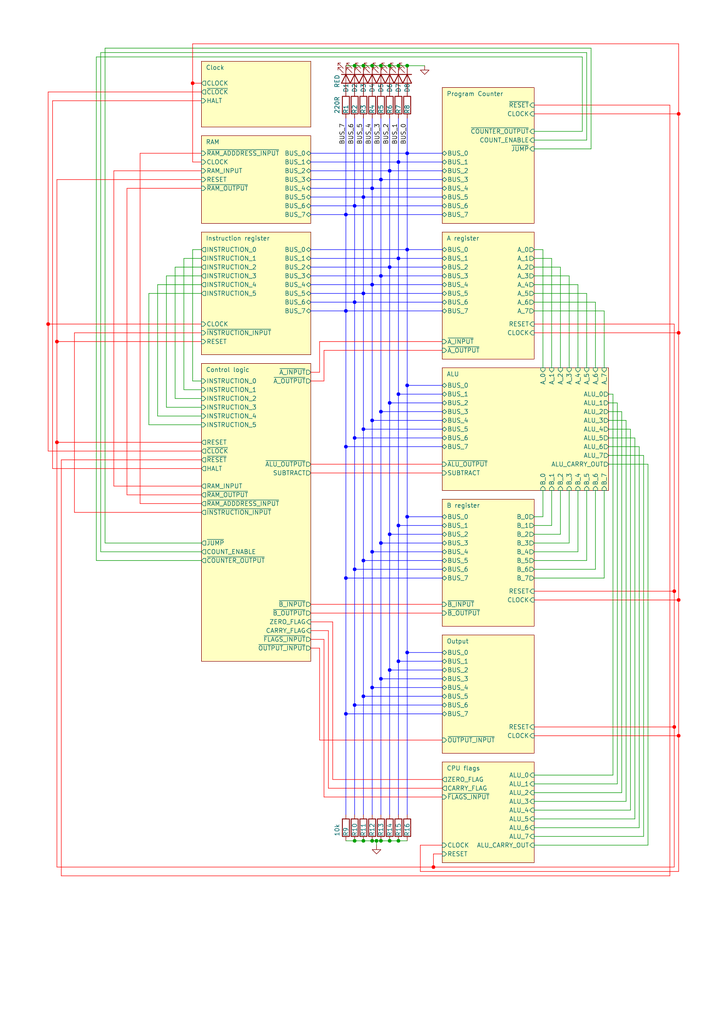
<source format=kicad_sch>
(kicad_sch (version 20230121) (generator eeschema)
  (paper "A4" portrait)
  (title_block (title "8-bit CPU") (date "2023-11-28") (rev "1.0") (company "TBR Designs"))
  (lib_symbols
    (symbol "Device:LED" (pin_numbers hide) (pin_names (offset 1.016) hide)
      (property "Reference" "D" (at 0 2.54 0))
      (property "Value" "LED" (at 0 -2.54 0))
      (symbol "LED_0_1"
        (polyline (pts (xy -1.27 -1.27) (xy -1.27 1.27)) (stroke (width 0.254)))
        (polyline (pts (xy -1.27 0) (xy 1.27 0)))
        (polyline (pts (xy 1.27 -1.27) (xy 1.27 1.27) (xy -1.27 0) (xy 1.27 -1.27)) (stroke (width 0.254)))
        (polyline (pts (xy -3.048 -0.762) (xy -4.572 -2.286) (xy -3.81 -2.286) (xy -4.572 -2.286) (xy -4.572 -1.524)))
        (polyline (pts (xy -1.778 -0.762) (xy -3.302 -2.286) (xy -2.54 -2.286) (xy -3.302 -2.286) (xy -3.302 -1.524)))
      )
      (symbol "LED_1_1"
        (pin passive line (at -3.81 0 0) (length 2.54) (name "K") (number "1"))
        (pin passive line (at 3.81 0 180) (length 2.54) (name "A") (number "2"))
      )
    )
    (symbol "Device:R" (pin_numbers hide) (pin_names (offset 0))
      (property "Reference" "R" (at 2.032 0 90))
      (property "Value" "R" (at 0 0 90))
      (symbol "R_0_1"
        (rectangle (start -1.016 -2.54) (end 1.016 2.54) (stroke (width 0.254)))
      )
      (symbol "R_1_1"
        (pin passive line (at 0 3.81 270) (length 1.27) (name "~") (number "1"))
        (pin passive line (at 0 -3.81 90) (length 1.27) (name "~") (number "2"))
      )
    )
    (symbol "power:GND" (power) (pin_names (offset 0))
      (property "Value" "GND" (at 0 -3.81 0))
      (symbol "GND_0_1"
        (polyline (pts (xy 0 0) (xy 0 -1.27) (xy 1.27 -1.27) (xy 0 -2.54) (xy -1.27 -1.27) (xy 0 -1.27)))
      )
      (symbol "GND_1_1"
        (pin power_in line (at 0 0 270) (length 0) hide (name "GND") (number "1"))
      )
    )
  )
  (junction (at 105.41 243.84))
  (junction (at 115.57 191.77) (color 0 0 255 1))
  (junction (at 125.73 251.46) (color 255 0 0 1))
  (junction (at 110.49 119.38) (color 0 0 255 1))
  (junction (at 102.87 59.69) (color 0 0 255 1))
  (junction (at 118.11 189.23) (color 0 0 255 1))
  (junction (at 55.88 24.13) (color 255 0 0 1))
  (junction (at 105.41 85.09) (color 0 0 255 1))
  (junction (at 102.87 204.47) (color 0 0 255 1))
  (junction (at 105.41 19.05))
  (junction (at 107.95 121.92) (color 0 0 255 1))
  (junction (at 102.87 165.1) (color 0 0 255 1))
  (junction (at 118.11 19.05))
  (junction (at 107.95 19.05))
  (junction (at 115.57 19.05))
  (junction (at 110.49 157.48) (color 0 0 255 1))
  (junction (at 113.03 19.05))
  (junction (at 110.49 243.84))
  (junction (at 195.58 171.45) (color 255 0 0 1))
  (junction (at 196.85 173.99) (color 255 0 0 1))
  (junction (at 110.49 52.07) (color 0 0 255 1))
  (junction (at 115.57 114.3) (color 0 0 255 1))
  (junction (at 196.85 96.52) (color 255 0 0 1))
  (junction (at 195.58 210.82) (color 255 0 0 1))
  (junction (at 115.57 152.4) (color 0 0 255 1))
  (junction (at 13.97 93.98) (color 255 0 0 1))
  (junction (at 107.95 199.39) (color 0 0 255 1))
  (junction (at 107.95 160.02) (color 0 0 255 1))
  (junction (at 196.85 33.02) (color 255 0 0 1))
  (junction (at 196.85 213.36) (color 255 0 0 1))
  (junction (at 105.41 57.15) (color 0 0 255 1))
  (junction (at 107.95 54.61) (color 0 0 255 1))
  (junction (at 100.33 62.23) (color 0 0 255 1))
  (junction (at 102.87 19.05))
  (junction (at 102.87 87.63) (color 0 0 255 1))
  (junction (at 105.41 124.46) (color 0 0 255 1))
  (junction (at 113.03 49.53) (color 0 0 255 1))
  (junction (at 113.03 116.84) (color 0 0 255 1))
  (junction (at 100.33 129.54) (color 0 0 255 1))
  (junction (at 110.49 19.05))
  (junction (at 113.03 243.84))
  (junction (at 113.03 154.94) (color 0 0 255 1))
  (junction (at 110.49 80.01) (color 0 0 255 1))
  (junction (at 100.33 167.64) (color 0 0 255 1))
  (junction (at 16.51 99.06) (color 255 0 0 1))
  (junction (at 102.87 243.84))
  (junction (at 16.51 128.27) (color 255 0 0 1))
  (junction (at 118.11 111.76) (color 0 0 255 1))
  (junction (at 107.95 243.84))
  (junction (at 118.11 44.45) (color 0 0 255 1))
  (junction (at 115.57 46.99) (color 0 0 255 1))
  (junction (at 113.03 77.47) (color 0 0 255 1))
  (junction (at 109.22 243.84))
  (junction (at 110.49 196.85) (color 0 0 255 1))
  (junction (at 115.57 243.84))
  (junction (at 105.41 162.56) (color 0 0 255 1))
  (junction (at 113.03 194.31) (color 0 0 255 1))
  (junction (at 115.57 74.93) (color 0 0 255 1))
  (junction (at 102.87 127) (color 0 0 255 1))
  (junction (at 118.11 72.39) (color 0 0 255 1))
  (junction (at 105.41 201.93) (color 0 0 255 1))
  (junction (at 107.95 82.55) (color 0 0 255 1))
  (junction (at 118.11 149.86) (color 0 0 255 1))
  (junction (at 100.33 90.17) (color 0 0 255 1))
  (junction (at 100.33 207.01) (color 0 0 255 1))
  (wire (pts (xy 105.41 19.05) (xy 107.95 19.05)))
  (wire (pts (xy 58.42 162.56) (xy 27.94 162.56)))
  (wire (pts (xy 110.49 196.85) (xy 110.49 236.22)) (stroke (width 0) (color 0 0 255 1)))
  (wire (pts (xy 90.17 187.96) (xy 92.71 187.96)) (stroke (width 0) (color 255 0 0 1)))
  (wire (pts (xy 55.88 110.49) (xy 58.42 110.49)))
  (wire (pts (xy 125.73 251.46) (xy 125.73 247.65)) (stroke (width 0) (color 255 0 0 1)))
  (wire (pts (xy 107.95 121.92) (xy 128.27 121.92)) (stroke (width 0) (color 0 0 255 1)))
  (wire (pts (xy 154.94 213.36) (xy 196.85 213.36)) (stroke (width 0) (color 255 0 0 1)))
  (wire (pts (xy 113.03 194.31) (xy 128.27 194.31)) (stroke (width 0) (color 0 0 255 1)))
  (wire (pts (xy 105.41 34.29) (xy 105.41 57.15)) (stroke (width 0) (color 0 0 255 1)))
  (wire (pts (xy 195.58 171.45) (xy 195.58 210.82)) (stroke (width 0) (color 255 0 0 1)))
  (wire (pts (xy 102.87 204.47) (xy 128.27 204.47)) (stroke (width 0) (color 0 0 255 1)))
  (wire (pts (xy 118.11 111.76) (xy 128.27 111.76)) (stroke (width 0) (color 0 0 255 1)))
  (wire (pts (xy 90.17 57.15) (xy 105.41 57.15)) (stroke (width 0) (color 0 0 255 1)))
  (wire (pts (xy 33.02 140.97) (xy 33.02 49.53)) (stroke (width 0) (color 255 0 0 1)))
  (wire (pts (xy 154.94 173.99) (xy 196.85 173.99)) (stroke (width 0) (color 255 0 0 1)))
  (wire (pts (xy 90.17 74.93) (xy 115.57 74.93)) (stroke (width 0) (color 0 0 255 1)))
  (wire (pts (xy 154.94 227.33) (xy 179.07 227.33)))
  (wire (pts (xy 154.94 171.45) (xy 195.58 171.45)) (stroke (width 0) (color 255 0 0 1)))
  (wire (pts (xy 128.27 228.6) (xy 95.25 228.6)) (stroke (width 0) (color 255 0 0 1)))
  (wire (pts (xy 196.85 96.52) (xy 196.85 173.99)) (stroke (width 0) (color 255 0 0 1)))
  (wire (pts (xy 154.94 74.93) (xy 160.02 74.93)))
  (wire (pts (xy 58.42 143.51) (xy 36.83 143.51)) (stroke (width 0) (color 255 0 0 1)))
  (wire (pts (xy 15.24 29.21) (xy 58.42 29.21)) (stroke (width 0) (color 255 0 0 1)))
  (wire (pts (xy 90.17 175.26) (xy 128.27 175.26)) (stroke (width 0) (color 255 0 0 1)))
  (wire (pts (xy 102.87 19.05) (xy 105.41 19.05)))
  (wire (pts (xy 162.56 77.47) (xy 162.56 106.68)))
  (wire (pts (xy 179.07 227.33) (xy 179.07 116.84)))
  (wire (pts (xy 100.33 129.54) (xy 100.33 167.64)) (stroke (width 0) (color 0 0 255 1)))
  (wire (pts (xy 58.42 118.11) (xy 48.26 118.11)))
  (wire (pts (xy 115.57 74.93) (xy 115.57 114.3)) (stroke (width 0) (color 0 0 255 1)))
  (wire (pts (xy 154.94 210.82) (xy 195.58 210.82)) (stroke (width 0) (color 255 0 0 1)))
  (wire (pts (xy 113.03 194.31) (xy 113.03 236.22)) (stroke (width 0) (color 0 0 255 1)))
  (wire (pts (xy 107.95 160.02) (xy 107.95 199.39)) (stroke (width 0) (color 0 0 255 1)))
  (wire (pts (xy 13.97 130.81) (xy 58.42 130.81)) (stroke (width 0) (color 255 0 0 1)))
  (wire (pts (xy 115.57 114.3) (xy 128.27 114.3)) (stroke (width 0) (color 0 0 255 1)))
  (wire (pts (xy 100.33 62.23) (xy 100.33 90.17)) (stroke (width 0) (color 0 0 255 1)))
  (wire (pts (xy 90.17 185.42) (xy 93.98 185.42)) (stroke (width 0) (color 255 0 0 1)))
  (wire (pts (xy 40.64 146.05) (xy 40.64 44.45)) (stroke (width 0) (color 255 0 0 1)))
  (wire (pts (xy 13.97 93.98) (xy 58.42 93.98)) (stroke (width 0) (color 255 0 0 1)))
  (wire (pts (xy 113.03 49.53) (xy 113.03 77.47)) (stroke (width 0) (color 0 0 255 1)))
  (wire (pts (xy 29.21 160.02) (xy 29.21 15.24)))
  (wire (pts (xy 105.41 57.15) (xy 128.27 57.15)) (stroke (width 0) (color 0 0 255 1)))
  (wire (pts (xy 105.41 57.15) (xy 105.41 85.09)) (stroke (width 0) (color 0 0 255 1)))
  (wire (pts (xy 107.95 199.39) (xy 128.27 199.39)) (stroke (width 0) (color 0 0 255 1)))
  (wire (pts (xy 90.17 44.45) (xy 118.11 44.45)) (stroke (width 0) (color 0 0 255 1)))
  (wire (pts (xy 58.42 123.19) (xy 43.18 123.19)))
  (wire (pts (xy 113.03 243.84) (xy 115.57 243.84)))
  (wire (pts (xy 105.41 201.93) (xy 128.27 201.93)) (stroke (width 0) (color 0 0 255 1)))
  (wire (pts (xy 55.88 24.13) (xy 55.88 12.7)) (stroke (width 0) (color 255 0 0 1)))
  (wire (pts (xy 172.72 87.63) (xy 172.72 106.68)))
  (wire (pts (xy 58.42 113.03) (xy 53.34 113.03)))
  (wire (pts (xy 102.87 59.69) (xy 102.87 87.63)) (stroke (width 0) (color 0 0 255 1)))
  (wire (pts (xy 154.94 85.09) (xy 170.18 85.09)))
  (wire (pts (xy 100.33 62.23) (xy 128.27 62.23)) (stroke (width 0) (color 0 0 255 1)))
  (wire (pts (xy 92.71 107.95) (xy 92.71 99.06)) (stroke (width 0) (color 255 0 0 1)))
  (wire (pts (xy 110.49 52.07) (xy 110.49 80.01)) (stroke (width 0) (color 0 0 255 1)))
  (wire (pts (xy 195.58 93.98) (xy 195.58 171.45)) (stroke (width 0) (color 255 0 0 1)))
  (wire (pts (xy 154.94 80.01) (xy 165.1 80.01)))
  (wire (pts (xy 48.26 80.01) (xy 58.42 80.01)))
  (wire (pts (xy 90.17 72.39) (xy 118.11 72.39)) (stroke (width 0) (color 0 0 255 1)))
  (wire (pts (xy 182.88 234.95) (xy 182.88 124.46)))
  (wire (pts (xy 105.41 124.46) (xy 128.27 124.46)) (stroke (width 0) (color 0 0 255 1)))
  (wire (pts (xy 93.98 101.6) (xy 128.27 101.6)) (stroke (width 0) (color 255 0 0 1)))
  (wire (pts (xy 107.95 34.29) (xy 107.95 54.61)) (stroke (width 0) (color 0 0 255 1)))
  (wire (pts (xy 113.03 116.84) (xy 113.03 154.94)) (stroke (width 0) (color 0 0 255 1)))
  (wire (pts (xy 154.94 234.95) (xy 182.88 234.95)))
  (wire (pts (xy 58.42 157.48) (xy 30.48 157.48)))
  (wire (pts (xy 90.17 59.69) (xy 102.87 59.69)) (stroke (width 0) (color 0 0 255 1)))
  (wire (pts (xy 90.17 82.55) (xy 107.95 82.55)) (stroke (width 0) (color 0 0 255 1)))
  (wire (pts (xy 121.92 252.73) (xy 196.85 252.73)) (stroke (width 0) (color 255 0 0 1)))
  (wire (pts (xy 102.87 127) (xy 128.27 127)) (stroke (width 0) (color 0 0 255 1)))
  (wire (pts (xy 170.18 15.24) (xy 170.18 40.64)))
  (wire (pts (xy 118.11 19.05) (xy 123.19 19.05)))
  (wire (pts (xy 118.11 72.39) (xy 128.27 72.39)) (stroke (width 0) (color 0 0 255 1)))
  (wire (pts (xy 154.94 90.17) (xy 175.26 90.17)))
  (wire (pts (xy 55.88 72.39) (xy 55.88 110.49)))
  (wire (pts (xy 109.22 245.11) (xy 109.22 243.84)))
  (wire (pts (xy 115.57 46.99) (xy 128.27 46.99)) (stroke (width 0) (color 0 0 255 1)))
  (wire (pts (xy 45.72 82.55) (xy 45.72 120.65)))
  (wire (pts (xy 107.95 121.92) (xy 107.95 160.02)) (stroke (width 0) (color 0 0 255 1)))
  (wire (pts (xy 105.41 85.09) (xy 105.41 124.46)) (stroke (width 0) (color 0 0 255 1)))
  (wire (pts (xy 113.03 77.47) (xy 128.27 77.47)) (stroke (width 0) (color 0 0 255 1)))
  (wire (pts (xy 154.94 152.4) (xy 160.02 152.4)))
  (wire (pts (xy 58.42 146.05) (xy 40.64 146.05)) (stroke (width 0) (color 255 0 0 1)))
  (wire (pts (xy 115.57 152.4) (xy 128.27 152.4)) (stroke (width 0) (color 0 0 255 1)))
  (wire (pts (xy 90.17 110.49) (xy 93.98 110.49)) (stroke (width 0) (color 255 0 0 1)))
  (wire (pts (xy 90.17 180.34) (xy 96.52 180.34)) (stroke (width 0) (color 255 0 0 1)))
  (wire (pts (xy 177.8 114.3) (xy 177.8 224.79)))
  (wire (pts (xy 16.51 99.06) (xy 58.42 99.06)) (stroke (width 0) (color 255 0 0 1)))
  (wire (pts (xy 90.17 80.01) (xy 110.49 80.01)) (stroke (width 0) (color 0 0 255 1)))
  (wire (pts (xy 16.51 99.06) (xy 16.51 52.07)) (stroke (width 0) (color 255 0 0 1)))
  (wire (pts (xy 90.17 62.23) (xy 100.33 62.23)) (stroke (width 0) (color 0 0 255 1)))
  (wire (pts (xy 110.49 157.48) (xy 110.49 196.85)) (stroke (width 0) (color 0 0 255 1)))
  (wire (pts (xy 121.92 245.11) (xy 121.92 252.73)) (stroke (width 0) (color 255 0 0 1)))
  (wire (pts (xy 30.48 157.48) (xy 30.48 13.97)))
  (wire (pts (xy 107.95 199.39) (xy 107.95 236.22)) (stroke (width 0) (color 0 0 255 1)))
  (wire (pts (xy 93.98 110.49) (xy 93.98 101.6)) (stroke (width 0) (color 255 0 0 1)))
  (wire (pts (xy 53.34 74.93) (xy 58.42 74.93)))
  (wire (pts (xy 196.85 33.02) (xy 196.85 96.52)) (stroke (width 0) (color 255 0 0 1)))
  (wire (pts (xy 185.42 129.54) (xy 176.53 129.54)))
  (wire (pts (xy 100.33 34.29) (xy 100.33 62.23)) (stroke (width 0) (color 0 0 255 1)))
  (wire (pts (xy 107.95 160.02) (xy 128.27 160.02)) (stroke (width 0) (color 0 0 255 1)))
  (wire (pts (xy 36.83 54.61) (xy 58.42 54.61)) (stroke (width 0) (color 255 0 0 1)))
  (wire (pts (xy 196.85 173.99) (xy 196.85 213.36)) (stroke (width 0) (color 255 0 0 1)))
  (wire (pts (xy 118.11 189.23) (xy 118.11 236.22)) (stroke (width 0) (color 0 0 255 1)))
  (wire (pts (xy 160.02 74.93) (xy 160.02 106.68)))
  (wire (pts (xy 113.03 34.29) (xy 113.03 49.53)) (stroke (width 0) (color 0 0 255 1)))
  (wire (pts (xy 115.57 114.3) (xy 115.57 152.4)) (stroke (width 0) (color 0 0 255 1)))
  (wire (pts (xy 110.49 19.05) (xy 113.03 19.05)))
  (wire (pts (xy 43.18 85.09) (xy 58.42 85.09)))
  (wire (pts (xy 118.11 189.23) (xy 128.27 189.23)) (stroke (width 0) (color 0 0 255 1)))
  (wire (pts (xy 176.53 114.3) (xy 177.8 114.3)))
  (wire (pts (xy 110.49 52.07) (xy 128.27 52.07)) (stroke (width 0) (color 0 0 255 1)))
  (wire (pts (xy 181.61 121.92) (xy 176.53 121.92)))
  (wire (pts (xy 105.41 85.09) (xy 128.27 85.09)) (stroke (width 0) (color 0 0 255 1)))
  (wire (pts (xy 113.03 19.05) (xy 115.57 19.05)))
  (wire (pts (xy 55.88 12.7) (xy 196.85 12.7)) (stroke (width 0) (color 255 0 0 1)))
  (wire (pts (xy 102.87 165.1) (xy 128.27 165.1)) (stroke (width 0) (color 0 0 255 1)))
  (wire (pts (xy 16.51 52.07) (xy 58.42 52.07)) (stroke (width 0) (color 255 0 0 1)))
  (wire (pts (xy 154.94 229.87) (xy 180.34 229.87)))
  (wire (pts (xy 170.18 162.56) (xy 170.18 142.24)))
  (wire (pts (xy 93.98 185.42) (xy 93.98 231.14)) (stroke (width 0) (color 255 0 0 1)))
  (wire (pts (xy 55.88 46.99) (xy 55.88 24.13)) (stroke (width 0) (color 255 0 0 1)))
  (wire (pts (xy 154.94 77.47) (xy 162.56 77.47)))
  (wire (pts (xy 110.49 157.48) (xy 128.27 157.48)) (stroke (width 0) (color 0 0 255 1)))
  (wire (pts (xy 102.87 204.47) (xy 102.87 236.22)) (stroke (width 0) (color 0 0 255 1)))
  (wire (pts (xy 100.33 207.01) (xy 128.27 207.01)) (stroke (width 0) (color 0 0 255 1)))
  (wire (pts (xy 107.95 82.55) (xy 128.27 82.55)) (stroke (width 0) (color 0 0 255 1)))
  (wire (pts (xy 128.27 245.11) (xy 121.92 245.11)) (stroke (width 0) (color 255 0 0 1)))
  (wire (pts (xy 115.57 34.29) (xy 115.57 46.99)) (stroke (width 0) (color 0 0 255 1)))
  (wire (pts (xy 168.91 38.1) (xy 154.94 38.1)))
  (wire (pts (xy 167.64 160.02) (xy 167.64 142.24)))
  (wire (pts (xy 115.57 191.77) (xy 115.57 236.22)) (stroke (width 0) (color 0 0 255 1)))
  (wire (pts (xy 96.52 226.06) (xy 128.27 226.06)) (stroke (width 0) (color 255 0 0 1)))
  (wire (pts (xy 58.42 82.55) (xy 45.72 82.55)))
  (wire (pts (xy 29.21 15.24) (xy 170.18 15.24)))
  (wire (pts (xy 48.26 118.11) (xy 48.26 80.01)))
  (wire (pts (xy 182.88 124.46) (xy 176.53 124.46)))
  (wire (pts (xy 43.18 123.19) (xy 43.18 85.09)))
  (wire (pts (xy 107.95 54.61) (xy 128.27 54.61)) (stroke (width 0) (color 0 0 255 1)))
  (wire (pts (xy 107.95 19.05) (xy 110.49 19.05)))
  (wire (pts (xy 16.51 128.27) (xy 16.51 251.46)) (stroke (width 0) (color 255 0 0 1)))
  (wire (pts (xy 170.18 85.09) (xy 170.18 106.68)))
  (wire (pts (xy 102.87 87.63) (xy 128.27 87.63)) (stroke (width 0) (color 0 0 255 1)))
  (wire (pts (xy 154.94 154.94) (xy 162.56 154.94)))
  (wire (pts (xy 187.96 245.11) (xy 187.96 134.62)))
  (wire (pts (xy 180.34 119.38) (xy 176.53 119.38)))
  (wire (pts (xy 110.49 243.84) (xy 113.03 243.84)))
  (wire (pts (xy 105.41 201.93) (xy 105.41 236.22)) (stroke (width 0) (color 0 0 255 1)))
  (wire (pts (xy 154.94 72.39) (xy 157.48 72.39)))
  (wire (pts (xy 13.97 26.67) (xy 13.97 93.98)) (stroke (width 0) (color 255 0 0 1)))
  (wire (pts (xy 102.87 165.1) (xy 102.87 204.47)) (stroke (width 0) (color 0 0 255 1)))
  (wire (pts (xy 128.27 247.65) (xy 125.73 247.65)) (stroke (width 0) (color 255 0 0 1)))
  (wire (pts (xy 50.8 77.47) (xy 50.8 115.57)))
  (wire (pts (xy 176.53 132.08) (xy 186.69 132.08)))
  (wire (pts (xy 196.85 252.73) (xy 196.85 213.36)) (stroke (width 0) (color 255 0 0 1)))
  (wire (pts (xy 21.59 148.59) (xy 21.59 96.52)) (stroke (width 0) (color 255 0 0 1)))
  (wire (pts (xy 165.1 80.01) (xy 165.1 106.68)))
  (wire (pts (xy 154.94 160.02) (xy 167.64 160.02)))
  (wire (pts (xy 100.33 90.17) (xy 128.27 90.17)) (stroke (width 0) (color 0 0 255 1)))
  (wire (pts (xy 105.41 243.84) (xy 107.95 243.84)))
  (wire (pts (xy 58.42 140.97) (xy 33.02 140.97)) (stroke (width 0) (color 255 0 0 1)))
  (wire (pts (xy 107.95 54.61) (xy 107.95 82.55)) (stroke (width 0) (color 0 0 255 1)))
  (wire (pts (xy 58.42 135.89) (xy 15.24 135.89)) (stroke (width 0) (color 255 0 0 1)))
  (wire (pts (xy 90.17 137.16) (xy 128.27 137.16)) (stroke (width 0) (color 255 0 0 1)))
  (wire (pts (xy 118.11 111.76) (xy 118.11 149.86)) (stroke (width 0) (color 0 0 255 1)))
  (wire (pts (xy 102.87 34.29) (xy 102.87 59.69)) (stroke (width 0) (color 0 0 255 1)))
  (wire (pts (xy 154.94 237.49) (xy 184.15 237.49)))
  (wire (pts (xy 118.11 34.29) (xy 118.11 44.45)) (stroke (width 0) (color 0 0 255 1)))
  (wire (pts (xy 105.41 162.56) (xy 105.41 201.93)) (stroke (width 0) (color 0 0 255 1)))
  (wire (pts (xy 13.97 93.98) (xy 13.97 130.81)) (stroke (width 0) (color 255 0 0 1)))
  (wire (pts (xy 118.11 149.86) (xy 128.27 149.86)) (stroke (width 0) (color 0 0 255 1)))
  (wire (pts (xy 177.8 224.79) (xy 154.94 224.79)))
  (wire (pts (xy 109.22 243.84) (xy 110.49 243.84)))
  (wire (pts (xy 171.45 13.97) (xy 171.45 43.18)))
  (wire (pts (xy 107.95 82.55) (xy 107.95 121.92)) (stroke (width 0) (color 0 0 255 1)))
  (wire (pts (xy 90.17 77.47) (xy 113.03 77.47)) (stroke (width 0) (color 0 0 255 1)))
  (wire (pts (xy 118.11 149.86) (xy 118.11 189.23)) (stroke (width 0) (color 0 0 255 1)))
  (wire (pts (xy 102.87 243.84) (xy 105.41 243.84)))
  (wire (pts (xy 45.72 120.65) (xy 58.42 120.65)))
  (wire (pts (xy 167.64 82.55) (xy 167.64 106.68)))
  (wire (pts (xy 154.94 96.52) (xy 196.85 96.52)) (stroke (width 0) (color 255 0 0 1)))
  (wire (pts (xy 113.03 116.84) (xy 128.27 116.84)) (stroke (width 0) (color 0 0 255 1)))
  (wire (pts (xy 40.64 44.45) (xy 58.42 44.45)) (stroke (width 0) (color 255 0 0 1)))
  (wire (pts (xy 184.15 237.49) (xy 184.15 127)))
  (wire (pts (xy 195.58 210.82) (xy 195.58 251.46)) (stroke (width 0) (color 255 0 0 1)))
  (wire (pts (xy 110.49 80.01) (xy 128.27 80.01)) (stroke (width 0) (color 0 0 255 1)))
  (wire (pts (xy 96.52 180.34) (xy 96.52 226.06)) (stroke (width 0) (color 255 0 0 1)))
  (wire (pts (xy 154.94 157.48) (xy 165.1 157.48)))
  (wire (pts (xy 110.49 80.01) (xy 110.49 119.38)) (stroke (width 0) (color 0 0 255 1)))
  (wire (pts (xy 100.33 129.54) (xy 128.27 129.54)) (stroke (width 0) (color 0 0 255 1)))
  (wire (pts (xy 118.11 44.45) (xy 128.27 44.45)) (stroke (width 0) (color 0 0 255 1)))
  (wire (pts (xy 107.95 243.84) (xy 109.22 243.84)))
  (wire (pts (xy 90.17 52.07) (xy 110.49 52.07)) (stroke (width 0) (color 0 0 255 1)))
  (wire (pts (xy 181.61 232.41) (xy 181.61 121.92)))
  (wire (pts (xy 53.34 113.03) (xy 53.34 74.93)))
  (wire (pts (xy 102.87 127) (xy 102.87 165.1)) (stroke (width 0) (color 0 0 255 1)))
  (wire (pts (xy 115.57 46.99) (xy 115.57 74.93)) (stroke (width 0) (color 0 0 255 1)))
  (wire (pts (xy 187.96 134.62) (xy 176.53 134.62)))
  (wire (pts (xy 58.42 77.47) (xy 50.8 77.47)))
  (wire (pts (xy 154.94 232.41) (xy 181.61 232.41)))
  (wire (pts (xy 95.25 228.6) (xy 95.25 182.88)) (stroke (width 0) (color 255 0 0 1)))
  (wire (pts (xy 58.42 160.02) (xy 29.21 160.02)))
  (wire (pts (xy 27.94 16.51) (xy 168.91 16.51)))
  (wire (pts (xy 154.94 30.48) (xy 194.31 30.48)) (stroke (width 0) (color 255 0 0 1)))
  (wire (pts (xy 58.42 72.39) (xy 55.88 72.39)))
  (wire (pts (xy 186.69 242.57) (xy 186.69 132.08)))
  (wire (pts (xy 90.17 54.61) (xy 107.95 54.61)) (stroke (width 0) (color 0 0 255 1)))
  (wire (pts (xy 113.03 154.94) (xy 128.27 154.94)) (stroke (width 0) (color 0 0 255 1)))
  (wire (pts (xy 115.57 19.05) (xy 118.11 19.05)))
  (wire (pts (xy 90.17 49.53) (xy 113.03 49.53)) (stroke (width 0) (color 0 0 255 1)))
  (wire (pts (xy 50.8 115.57) (xy 58.42 115.57)))
  (wire (pts (xy 113.03 49.53) (xy 128.27 49.53)) (stroke (width 0) (color 0 0 255 1)))
  (wire (pts (xy 175.26 90.17) (xy 175.26 106.68)))
  (wire (pts (xy 118.11 72.39) (xy 118.11 111.76)) (stroke (width 0) (color 0 0 255 1)))
  (wire (pts (xy 30.48 13.97) (xy 171.45 13.97)))
  (wire (pts (xy 175.26 167.64) (xy 175.26 142.24)))
  (wire (pts (xy 58.42 46.99) (xy 55.88 46.99)) (stroke (width 0) (color 255 0 0 1)))
  (wire (pts (xy 196.85 12.7) (xy 196.85 33.02)) (stroke (width 0) (color 255 0 0 1)))
  (wire (pts (xy 113.03 154.94) (xy 113.03 194.31)) (stroke (width 0) (color 0 0 255 1)))
  (wire (pts (xy 17.78 254) (xy 17.78 133.35)) (stroke (width 0) (color 255 0 0 1)))
  (wire (pts (xy 165.1 157.48) (xy 165.1 142.24)))
  (wire (pts (xy 102.87 59.69) (xy 128.27 59.69)) (stroke (width 0) (color 0 0 255 1)))
  (wire (pts (xy 154.94 93.98) (xy 195.58 93.98)) (stroke (width 0) (color 255 0 0 1)))
  (wire (pts (xy 58.42 24.13) (xy 55.88 24.13)) (stroke (width 0) (color 255 0 0 1)))
  (wire (pts (xy 171.45 43.18) (xy 154.94 43.18)))
  (wire (pts (xy 157.48 149.86) (xy 157.48 142.24)))
  (wire (pts (xy 172.72 165.1) (xy 172.72 142.24)))
  (wire (pts (xy 196.85 33.02) (xy 154.94 33.02)) (stroke (width 0) (color 255 0 0 1)))
  (wire (pts (xy 154.94 149.86) (xy 157.48 149.86)))
  (wire (pts (xy 110.49 34.29) (xy 110.49 52.07)) (stroke (width 0) (color 0 0 255 1)))
  (wire (pts (xy 15.24 135.89) (xy 15.24 29.21)) (stroke (width 0) (color 255 0 0 1)))
  (wire (pts (xy 33.02 49.53) (xy 58.42 49.53)) (stroke (width 0) (color 255 0 0 1)))
  (wire (pts (xy 154.94 82.55) (xy 167.64 82.55)))
  (wire (pts (xy 100.33 90.17) (xy 100.33 129.54)) (stroke (width 0) (color 0 0 255 1)))
  (wire (pts (xy 154.94 162.56) (xy 170.18 162.56)))
  (wire (pts (xy 100.33 207.01) (xy 100.33 236.22)) (stroke (width 0) (color 0 0 255 1)))
  (wire (pts (xy 92.71 214.63) (xy 128.27 214.63)) (stroke (width 0) (color 255 0 0 1)))
  (wire (pts (xy 118.11 44.45) (xy 118.11 72.39)) (stroke (width 0) (color 0 0 255 1)))
  (wire (pts (xy 100.33 243.84) (xy 102.87 243.84)))
  (wire (pts (xy 105.41 162.56) (xy 128.27 162.56)) (stroke (width 0) (color 0 0 255 1)))
  (wire (pts (xy 21.59 96.52) (xy 58.42 96.52)) (stroke (width 0) (color 255 0 0 1)))
  (wire (pts (xy 92.71 99.06) (xy 128.27 99.06)) (stroke (width 0) (color 255 0 0 1)))
  (wire (pts (xy 90.17 46.99) (xy 115.57 46.99)) (stroke (width 0) (color 0 0 255 1)))
  (wire (pts (xy 154.94 87.63) (xy 172.72 87.63)))
  (wire (pts (xy 125.73 251.46) (xy 16.51 251.46)) (stroke (width 0) (color 255 0 0 1)))
  (wire (pts (xy 92.71 187.96) (xy 92.71 214.63)) (stroke (width 0) (color 255 0 0 1)))
  (wire (pts (xy 168.91 16.51) (xy 168.91 38.1)))
  (wire (pts (xy 110.49 119.38) (xy 110.49 157.48)) (stroke (width 0) (color 0 0 255 1)))
  (wire (pts (xy 154.94 240.03) (xy 185.42 240.03)))
  (wire (pts (xy 58.42 26.67) (xy 13.97 26.67)) (stroke (width 0) (color 255 0 0 1)))
  (wire (pts (xy 17.78 133.35) (xy 58.42 133.35)) (stroke (width 0) (color 255 0 0 1)))
  (wire (pts (xy 16.51 128.27) (xy 16.51 99.06)) (stroke (width 0) (color 255 0 0 1)))
  (wire (pts (xy 115.57 191.77) (xy 128.27 191.77)) (stroke (width 0) (color 0 0 255 1)))
  (wire (pts (xy 115.57 243.84) (xy 118.11 243.84)))
  (wire (pts (xy 115.57 74.93) (xy 128.27 74.93)) (stroke (width 0) (color 0 0 255 1)))
  (wire (pts (xy 36.83 143.51) (xy 36.83 54.61)) (stroke (width 0) (color 255 0 0 1)))
  (wire (pts (xy 154.94 167.64) (xy 175.26 167.64)))
  (wire (pts (xy 194.31 254) (xy 17.78 254)) (stroke (width 0) (color 255 0 0 1)))
  (wire (pts (xy 154.94 165.1) (xy 172.72 165.1)))
  (wire (pts (xy 157.48 72.39) (xy 157.48 106.68)))
  (wire (pts (xy 58.42 148.59) (xy 21.59 148.59)) (stroke (width 0) (color 255 0 0 1)))
  (wire (pts (xy 110.49 196.85) (xy 128.27 196.85)) (stroke (width 0) (color 0 0 255 1)))
  (wire (pts (xy 100.33 167.64) (xy 100.33 207.01)) (stroke (width 0) (color 0 0 255 1)))
  (wire (pts (xy 184.15 127) (xy 176.53 127)))
  (wire (pts (xy 115.57 152.4) (xy 115.57 191.77)) (stroke (width 0) (color 0 0 255 1)))
  (wire (pts (xy 154.94 245.11) (xy 187.96 245.11)))
  (wire (pts (xy 160.02 152.4) (xy 160.02 142.24)))
  (wire (pts (xy 90.17 177.8) (xy 128.27 177.8)) (stroke (width 0) (color 255 0 0 1)))
  (wire (pts (xy 90.17 107.95) (xy 92.71 107.95)) (stroke (width 0) (color 255 0 0 1)))
  (wire (pts (xy 90.17 87.63) (xy 102.87 87.63)) (stroke (width 0) (color 0 0 255 1)))
  (wire (pts (xy 162.56 154.94) (xy 162.56 142.24)))
  (wire (pts (xy 100.33 167.64) (xy 128.27 167.64)) (stroke (width 0) (color 0 0 255 1)))
  (wire (pts (xy 90.17 134.62) (xy 128.27 134.62)) (stroke (width 0) (color 255 0 0 1)))
  (wire (pts (xy 179.07 116.84) (xy 176.53 116.84)))
  (wire (pts (xy 93.98 231.14) (xy 128.27 231.14)) (stroke (width 0) (color 255 0 0 1)))
  (wire (pts (xy 180.34 229.87) (xy 180.34 119.38)))
  (wire (pts (xy 170.18 40.64) (xy 154.94 40.64)))
  (wire (pts (xy 185.42 240.03) (xy 185.42 129.54)))
  (wire (pts (xy 90.17 90.17) (xy 100.33 90.17)) (stroke (width 0) (color 0 0 255 1)))
  (wire (pts (xy 105.41 124.46) (xy 105.41 162.56)) (stroke (width 0) (color 0 0 255 1)))
  (wire (pts (xy 58.42 128.27) (xy 16.51 128.27)) (stroke (width 0) (color 255 0 0 1)))
  (wire (pts (xy 27.94 162.56) (xy 27.94 16.51)))
  (wire (pts (xy 102.87 87.63) (xy 102.87 127)) (stroke (width 0) (color 0 0 255 1)))
  (wire (pts (xy 154.94 242.57) (xy 186.69 242.57)))
  (wire (pts (xy 194.31 30.48) (xy 194.31 254)) (stroke (width 0) (color 255 0 0 1)))
  (wire (pts (xy 110.49 119.38) (xy 128.27 119.38)) (stroke (width 0) (color 0 0 255 1)))
  (wire (pts (xy 90.17 85.09) (xy 105.41 85.09)) (stroke (width 0) (color 0 0 255 1)))
  (wire (pts (xy 195.58 251.46) (xy 125.73 251.46)) (stroke (width 0) (color 255 0 0 1)))
  (wire (pts (xy 113.03 77.47) (xy 113.03 116.84)) (stroke (width 0) (color 0 0 255 1)))
  (wire (pts (xy 100.33 19.05) (xy 102.87 19.05)))
  (wire (pts (xy 95.25 182.88) (xy 90.17 182.88)) (stroke (width 0) (color 255 0 0 1)))
  (label "BUS_0" (at 118.11 41.91 90))
  (label "BUS_3" (at 110.49 41.91 90))
  (label "BUS_2" (at 113.03 41.91 90))
  (label "BUS_6" (at 102.87 41.91 90))
  (label "BUS_4" (at 107.95 41.91 90))
  (label "BUS_1" (at 115.57 41.91 90))
  (label "BUS_7" (at 100.33 41.91 90))
  (label "BUS_5" (at 105.41 41.91 90))
  (symbol (lib_id "Device:R") (at 107.95 30.48 0) (unit 1)
    (property "Reference" "R4" (at 107.95 33.02 90) (effects (justify left)))
    (property "Value" "220R" (effects hide))
    (property "Footprint" "Resistor_THT:R_Axial_DIN0204_L3.6mm_D1.6mm_P7.62mm_Horizontal" (effects hide))
  )
  (symbol (lib_id "Device:R") (at 100.33 30.48 0) (unit 1)
    (property "Reference" "R1" (at 100.33 33.02 90) (effects (justify left)))
    (property "Value" "220R" (at 97.79 33.02 90) (effects (justify left)))
    (property "Footprint" "Resistor_THT:R_Axial_DIN0204_L3.6mm_D1.6mm_P7.62mm_Horizontal" (effects hide))
  )
  (symbol (lib_id "Device:R") (at 113.03 240.03 0) (unit 1)
    (property "Reference" "R14" (at 113.03 242.57 90) (effects (justify left)))
    (property "Value" "10k" (effects hide))
    (property "Footprint" "Resistor_THT:R_Axial_DIN0204_L3.6mm_D1.6mm_P7.62mm_Horizontal" (effects hide))
  )
  (symbol (lib_id "Device:LED") (at 113.03 22.86 270) (unit 1)
    (property "Reference" "D6" (at 113.03 24.13 0) (effects (justify left)))
    (property "Value" "RED" (effects hide))
    (property "Footprint" "LED_THT:LED_D5.0mm" (effects hide))
  )
  (symbol (lib_id "Device:R") (at 100.33 240.03 0) (unit 1)
    (property "Reference" "R9" (at 100.33 242.57 90) (effects (justify left)))
    (property "Value" "10k" (at 97.79 242.57 90) (effects (justify left)))
    (property "Footprint" "Resistor_THT:R_Axial_DIN0204_L3.6mm_D1.6mm_P7.62mm_Horizontal" (effects hide))
  )
  (symbol (lib_id "Device:LED") (at 105.41 22.86 270) (unit 1)
    (property "Reference" "D3" (at 105.41 24.13 0) (effects (justify left)))
    (property "Value" "RED" (effects hide))
    (property "Footprint" "LED_THT:LED_D5.0mm" (effects hide))
  )
  (symbol (lib_id "Device:R") (at 107.95 240.03 0) (unit 1)
    (property "Reference" "R12" (at 107.95 242.57 90) (effects (justify left)))
    (property "Value" "10k" (effects hide))
    (property "Footprint" "Resistor_THT:R_Axial_DIN0204_L3.6mm_D1.6mm_P7.62mm_Horizontal" (effects hide))
  )
  (symbol (lib_id "Device:R") (at 105.41 240.03 0) (unit 1)
    (property "Reference" "R11" (at 105.41 242.57 90) (effects (justify left)))
    (property "Value" "10k" (effects hide))
    (property "Footprint" "Resistor_THT:R_Axial_DIN0204_L3.6mm_D1.6mm_P7.62mm_Horizontal" (effects hide))
  )
  (symbol (lib_id "Device:LED") (at 110.49 22.86 270) (unit 1)
    (property "Reference" "D5" (at 110.49 24.13 0) (effects (justify left)))
    (property "Value" "RED" (effects hide))
    (property "Footprint" "LED_THT:LED_D5.0mm" (effects hide))
  )
  (symbol (lib_id "Device:R") (at 115.57 240.03 0) (unit 1)
    (property "Reference" "R15" (at 115.57 242.57 90) (effects (justify left)))
    (property "Value" "10k" (effects hide))
    (property "Footprint" "Resistor_THT:R_Axial_DIN0204_L3.6mm_D1.6mm_P7.62mm_Horizontal" (effects hide))
  )
  (symbol (lib_id "Device:R") (at 102.87 240.03 0) (unit 1)
    (property "Reference" "R10" (at 102.87 242.57 90) (effects (justify left)))
    (property "Value" "10k" (effects hide))
    (property "Footprint" "Resistor_THT:R_Axial_DIN0204_L3.6mm_D1.6mm_P7.62mm_Horizontal" (effects hide))
  )
  (symbol (lib_id "power:GND") (at 123.19 19.05 0) (unit 1)
    (property "Reference" "#PWR01" (effects hide))
    (property "Value" "GND" (effects hide))
  )
  (symbol (lib_id "Device:LED") (at 115.57 22.86 270) (unit 1)
    (property "Reference" "D7" (at 115.57 24.13 0) (effects (justify left)))
    (property "Value" "RED" (effects hide))
    (property "Footprint" "LED_THT:LED_D5.0mm" (effects hide))
  )
  (symbol (lib_id "Device:R") (at 105.41 30.48 0) (unit 1)
    (property "Reference" "R3" (at 105.41 33.02 90) (effects (justify left)))
    (property "Value" "220R" (effects hide))
    (property "Footprint" "Resistor_THT:R_Axial_DIN0204_L3.6mm_D1.6mm_P7.62mm_Horizontal" (effects hide))
  )
  (symbol (lib_id "Device:LED") (at 107.95 22.86 270) (unit 1)
    (property "Reference" "D4" (at 107.95 24.13 0) (effects (justify left)))
    (property "Value" "RED" (effects hide))
    (property "Footprint" "LED_THT:LED_D5.0mm" (effects hide))
  )
  (symbol (lib_id "Device:R") (at 102.87 30.48 0) (unit 1)
    (property "Reference" "R2" (at 102.87 33.02 90) (effects (justify left)))
    (property "Value" "220R" (effects hide))
    (property "Footprint" "Resistor_THT:R_Axial_DIN0204_L3.6mm_D1.6mm_P7.62mm_Horizontal" (effects hide))
  )
  (symbol (lib_id "Device:R") (at 118.11 30.48 0) (unit 1)
    (property "Reference" "R8" (at 118.11 33.02 90) (effects (justify left)))
    (property "Value" "220R" (effects hide))
    (property "Footprint" "Resistor_THT:R_Axial_DIN0204_L3.6mm_D1.6mm_P7.62mm_Horizontal" (effects hide))
  )
  (symbol (lib_id "Device:R") (at 115.57 30.48 0) (unit 1)
    (property "Reference" "R7" (at 115.57 33.02 90) (effects (justify left)))
    (property "Value" "220R" (effects hide))
    (property "Footprint" "Resistor_THT:R_Axial_DIN0204_L3.6mm_D1.6mm_P7.62mm_Horizontal" (effects hide))
  )
  (symbol (lib_id "Device:R") (at 110.49 30.48 0) (unit 1)
    (property "Reference" "R5" (at 110.49 33.02 90) (effects (justify left)))
    (property "Value" "220R" (effects hide))
    (property "Footprint" "Resistor_THT:R_Axial_DIN0204_L3.6mm_D1.6mm_P7.62mm_Horizontal" (effects hide))
  )
  (symbol (lib_id "Device:R") (at 113.03 30.48 0) (unit 1)
    (property "Reference" "R6" (at 113.03 33.02 90) (effects (justify left)))
    (property "Value" "220R" (effects hide))
    (property "Footprint" "Resistor_THT:R_Axial_DIN0204_L3.6mm_D1.6mm_P7.62mm_Horizontal" (effects hide))
  )
  (symbol (lib_id "Device:LED") (at 102.87 22.86 270) (unit 1)
    (property "Reference" "D2" (at 102.87 24.13 0) (effects (justify left)))
    (property "Value" "RED" (effects hide))
    (property "Footprint" "LED_THT:LED_D5.0mm" (effects hide))
  )
  (symbol (lib_id "Device:R") (at 110.49 240.03 0) (unit 1)
    (property "Reference" "R13" (at 110.49 242.57 90) (effects (justify left)))
    (property "Value" "10k" (effects hide))
    (property "Footprint" "Resistor_THT:R_Axial_DIN0204_L3.6mm_D1.6mm_P7.62mm_Horizontal" (effects hide))
  )
  (symbol (lib_id "Device:LED") (at 100.33 22.86 270) (unit 1)
    (property "Reference" "D1" (at 100.33 24.13 0) (effects (justify left)))
    (property "Value" "RED" (at 97.79 21.59 0) (effects (justify left)))
    (property "Footprint" "LED_THT:LED_D5.0mm" (effects hide))
  )
  (symbol (lib_id "power:GND") (at 109.22 245.11 0) (unit 1)
    (property "Reference" "#PWR02" (effects hide))
    (property "Value" "GND" (effects hide))
  )
  (symbol (lib_id "Device:R") (at 118.11 240.03 0) (unit 1)
    (property "Reference" "R16" (at 118.11 242.57 90) (effects (justify left)))
    (property "Value" "10k" (effects hide))
    (property "Footprint" "Resistor_THT:R_Axial_DIN0204_L3.6mm_D1.6mm_P7.62mm_Horizontal" (effects hide))
  )
  (symbol (lib_id "Device:LED") (at 118.11 22.86 270) (unit 1)
    (property "Reference" "D8" (at 118.11 24.13 0) (effects (justify left)))
    (property "Value" "RED" (effects hide))
    (property "Footprint" "LED_THT:LED_D5.0mm" (effects hide))
  )
  (sheet (at 58.42 67.31) (size 31.75 35.56) (stroke (width 0.1524)) (fill (color 255 255 194 1.0000))
    (property "Sheetname" "Instruction register" (at 59.69 69.85 0) (effects (justify left bottom)))
    (property "Sheetfile" "instruction-register.kicad_sch" (effects hide))
    (pin "BUS_3" bidirectional (at 90.17 80.01 0))
    (pin "BUS_2" bidirectional (at 90.17 77.47 0))
    (pin "BUS_0" bidirectional (at 90.17 72.39 0))
    (pin "BUS_4" bidirectional (at 90.17 82.55 0))
    (pin "RESET" input (at 58.42 99.06 180))
    (pin "INSTRUCTION_2" output (at 58.42 77.47 180))
    (pin "INSTRUCTION_3" output (at 58.42 80.01 180))
    (pin "INSTRUCTION_4" output (at 58.42 82.55 180))
    (pin "INSTRUCTION_5" output (at 58.42 85.09 180))
    (pin "INSTRUCTION_0" output (at 58.42 72.39 180))
    (pin "INSTRUCTION_1" output (at 58.42 74.93 180))
    (pin "BUS_6" bidirectional (at 90.17 87.63 0))
    (pin "BUS_7" bidirectional (at 90.17 90.17 0))
    (pin "BUS_5" bidirectional (at 90.17 85.09 0))
    (pin "~{INSTRUCTION_INPUT}" input (at 58.42 96.52 180))
    (pin "CLOCK" input (at 58.42 93.98 180))
    (pin "BUS_1" bidirectional (at 90.17 74.93 0))
  )
  (sheet (at 128.27 184.15) (size 26.67 34.29) (stroke (width 0.1524)) (fill (color 255 255 194 1.0000))
    (property "Sheetname" "Output" (at 129.54 186.69 0) (effects (justify left bottom)))
    (property "Sheetfile" "output.kicad_sch" (effects hide))
    (pin "BUS_1" bidirectional (at 128.27 191.77 180))
    (pin "BUS_7" bidirectional (at 128.27 207.01 180))
    (pin "BUS_4" bidirectional (at 128.27 199.39 180))
    (pin "BUS_5" bidirectional (at 128.27 201.93 180))
    (pin "BUS_6" bidirectional (at 128.27 204.47 180))
    (pin "BUS_2" bidirectional (at 128.27 194.31 180))
    (pin "BUS_3" bidirectional (at 128.27 196.85 180))
    (pin "BUS_0" bidirectional (at 128.27 189.23 180))
    (pin "RESET" input (at 154.94 210.82 0))
    (pin "CLOCK" input (at 154.94 213.36 0))
    (pin "~{OUTPUT_INPUT}" input (at 128.27 214.63 180))
  )
  (sheet (at 58.42 39.37) (size 31.75 25.4) (stroke (width 0.1524)) (fill (color 255 255 194 1.0000))
    (property "Sheetname" "RAM" (at 59.69 41.91 0) (effects (justify left bottom)))
    (property "Sheetfile" "ram.kicad_sch" (effects hide))
    (pin "BUS_3" bidirectional (at 90.17 52.07 0))
    (pin "BUS_2" bidirectional (at 90.17 49.53 0))
    (pin "BUS_0" bidirectional (at 90.17 44.45 0))
    (pin "BUS_4" bidirectional (at 90.17 54.61 0))
    (pin "BUS_1" bidirectional (at 90.17 46.99 0))
    (pin "BUS_7" bidirectional (at 90.17 62.23 0))
    (pin "BUS_5" bidirectional (at 90.17 57.15 0))
    (pin "BUS_6" bidirectional (at 90.17 59.69 0))
    (pin "~{RAM_ADDDRESS_INPUT}" input (at 58.42 44.45 180))
    (pin "CLOCK" input (at 58.42 46.99 180))
    (pin "RAM_INPUT" input (at 58.42 49.53 180))
    (pin "RESET" input (at 58.42 52.07 180))
    (pin "~{RAM_OUTPUT}" input (at 58.42 54.61 180))
  )
  (sheet (at 128.27 144.78) (size 26.67 36.83) (stroke (width 0.1524)) (fill (color 255 255 194 1.0000))
    (property "Sheetname" "B register" (at 129.54 147.32 0) (effects (justify left bottom)))
    (property "Sheetfile" "b-register.kicad_sch" (effects hide))
    (pin "BUS_3" bidirectional (at 128.27 157.48 180))
    (pin "BUS_4" bidirectional (at 128.27 160.02 180))
    (pin "BUS_2" bidirectional (at 128.27 154.94 180))
    (pin "BUS_1" bidirectional (at 128.27 152.4 180))
    (pin "BUS_0" bidirectional (at 128.27 149.86 180))
    (pin "CLOCK" input (at 154.94 173.99 0))
    (pin "BUS_7" bidirectional (at 128.27 167.64 180))
    (pin "BUS_5" bidirectional (at 128.27 162.56 180))
    (pin "BUS_6" bidirectional (at 128.27 165.1 180))
    (pin "RESET" input (at 154.94 171.45 0))
    (pin "B_0" output (at 154.94 149.86 0))
    (pin "B_3" output (at 154.94 157.48 0))
    (pin "B_6" output (at 154.94 165.1 0))
    (pin "B_5" output (at 154.94 162.56 0))
    (pin "B_1" output (at 154.94 152.4 0))
    (pin "B_4" output (at 154.94 160.02 0))
    (pin "B_2" output (at 154.94 154.94 0))
    (pin "B_7" output (at 154.94 167.64 0))
    (pin "~{B_INPUT}" input (at 128.27 175.26 180))
    (pin "~{B_OUTPUT}" input (at 128.27 177.8 180))
  )
  (sheet (at 58.42 17.78) (size 31.75 19.05) (stroke (width 0.1524)) (fill (color 255 255 194 1.0000))
    (property "Sheetname" "Clock" (at 59.69 20.32 0) (effects (justify left bottom)))
    (property "Sheetfile" "clock.kicad_sch" (effects hide))
    (pin "HALT" input (at 58.42 29.21 180))
    (pin "CLOCK" output (at 58.42 24.13 180))
    (pin "~{CLOCK}" output (at 58.42 26.67 180))
  )
  (sheet (at 128.27 220.98) (size 26.67 29.21) (stroke (width 0.1524)) (fill (color 255 255 194 1.0000))
    (property "Sheetname" "CPU flags" (at 129.54 223.52 0) (effects (justify left bottom)))
    (property "Sheetfile" "cpu-flags.kicad_sch" (effects hide))
    (pin "ALU_1" input (at 154.94 227.33 0))
    (pin "ALU_4" input (at 154.94 234.95 0))
    (pin "ALU_2" input (at 154.94 229.87 0))
    (pin "ALU_3" input (at 154.94 232.41 0))
    (pin "ALU_0" input (at 154.94 224.79 0))
    (pin "ALU_7" input (at 154.94 242.57 0))
    (pin "ALU_5" input (at 154.94 237.49 0))
    (pin "ALU_6" input (at 154.94 240.03 0))
    (pin "CARRY_FLAG" output (at 128.27 228.6 180))
    (pin "ALU_CARRY_OUT" input (at 154.94 245.11 0))
    (pin "ZERO_FLAG" output (at 128.27 226.06 180))
    (pin "~{FLAGS_INPUT}" input (at 128.27 231.14 180))
    (pin "CLOCK" input (at 128.27 245.11 180))
    (pin "RESET" input (at 128.27 247.65 180))
  )
  (sheet (at 128.27 67.31) (size 26.67 36.83) (stroke (width 0.1524)) (fill (color 255 255 194 1.0000))
    (property "Sheetname" "A register" (at 129.54 69.85 0) (effects (justify left bottom)))
    (property "Sheetfile" "a-register.kicad_sch" (effects hide))
    (pin "BUS_3" bidirectional (at 128.27 80.01 180))
    (pin "BUS_4" bidirectional (at 128.27 82.55 180))
    (pin "BUS_2" bidirectional (at 128.27 77.47 180))
    (pin "BUS_1" bidirectional (at 128.27 74.93 180))
    (pin "BUS_0" bidirectional (at 128.27 72.39 180))
    (pin "CLOCK" input (at 154.94 96.52 0))
    (pin "BUS_7" bidirectional (at 128.27 90.17 180))
    (pin "BUS_5" bidirectional (at 128.27 85.09 180))
    (pin "BUS_6" bidirectional (at 128.27 87.63 180))
    (pin "RESET" input (at 154.94 93.98 0))
    (pin "~{A_INPUT}" input (at 128.27 99.06 180))
    (pin "~{A_OUTPUT}" input (at 128.27 101.6 180))
    (pin "A_2" output (at 154.94 77.47 0))
    (pin "A_6" output (at 154.94 87.63 0))
    (pin "A_5" output (at 154.94 85.09 0))
    (pin "A_1" output (at 154.94 74.93 0))
    (pin "A_4" output (at 154.94 82.55 0))
    (pin "A_0" output (at 154.94 72.39 0))
    (pin "A_7" output (at 154.94 90.17 0))
    (pin "A_3" output (at 154.94 80.01 0))
  )
  (sheet (at 58.42 105.41) (size 31.75 86.36) (stroke (width 0.1524)) (fill (color 255 255 194 1.0000))
    (property "Sheetname" "Control logic" (at 59.69 107.95 0) (effects (justify left bottom)))
    (property "Sheetfile" "control-logic.kicad_sch" (effects hide))
    (pin "RESET" output (at 58.42 128.27 180))
    (pin "~{CLOCK}" output (at 58.42 130.81 180))
    (pin "~{RESET}" output (at 58.42 133.35 180))
    (pin "INSTRUCTION_4" input (at 58.42 120.65 180))
    (pin "ZERO_FLAG" input (at 90.17 180.34 0))
    (pin "INSTRUCTION_5" input (at 58.42 123.19 180))
    (pin "CARRY_FLAG" input (at 90.17 182.88 0))
    (pin "INSTRUCTION_1" input (at 58.42 113.03 180))
    (pin "INSTRUCTION_2" input (at 58.42 115.57 180))
    (pin "INSTRUCTION_3" input (at 58.42 118.11 180))
    (pin "INSTRUCTION_0" input (at 58.42 110.49 180))
    (pin "SUBTRACT" output (at 90.17 137.16 0))
    (pin "HALT" output (at 58.42 135.89 180))
    (pin "COUNT_ENABLE" output (at 58.42 160.02 180))
    (pin "RAM_INPUT" output (at 58.42 140.97 180))
    (pin "~{INSTRUCTION_INPUT}" output (at 58.42 148.59 180))
    (pin "~{RAM_ADDDRESS_INPUT}" output (at 58.42 146.05 180))
    (pin "~{RAM_OUTPUT}" output (at 58.42 143.51 180))
    (pin "~{A_INPUT}" output (at 90.17 107.95 0))
    (pin "~{JUMP}" output (at 58.42 157.48 180))
    (pin "~{COUNTER_OUTPUT}" output (at 58.42 162.56 180))
    (pin "~{A_OUTPUT}" output (at 90.17 110.49 0))
    (pin "~{ALU_OUTPUT}" output (at 90.17 134.62 0))
    (pin "~{B_INPUT}" output (at 90.17 175.26 0))
    (pin "~{B_OUTPUT}" output (at 90.17 177.8 0))
    (pin "~{OUTPUT_INPUT}" output (at 90.17 187.96 0))
    (pin "~{FLAGS_INPUT}" output (at 90.17 185.42 0))
  )
  (sheet (at 128.27 106.68) (size 48.26 35.56) (stroke (width 0.1524)) (fill (color 255 255 194 1.0000))
    (property "Sheetname" "ALU" (at 129.54 109.22 0) (effects (justify left bottom)))
    (property "Sheetfile" "alu.kicad_sch" (effects hide))
    (pin "BUS_2" bidirectional (at 128.27 116.84 180))
    (pin "BUS_1" bidirectional (at 128.27 114.3 180))
    (pin "SUBTRACT" input (at 128.27 137.16 180))
    (pin "BUS_3" bidirectional (at 128.27 119.38 180))
    (pin "BUS_0" bidirectional (at 128.27 111.76 180))
    (pin "BUS_4" bidirectional (at 128.27 121.92 180))
    (pin "BUS_6" bidirectional (at 128.27 127 180))
    (pin "~{ALU_OUTPUT}" input (at 128.27 134.62 180))
    (pin "BUS_7" bidirectional (at 128.27 129.54 180))
    (pin "BUS_5" bidirectional (at 128.27 124.46 180))
    (pin "B_3" input (at 165.1 142.24 270))
    (pin "B_6" input (at 172.72 142.24 270))
    (pin "B_7" input (at 175.26 142.24 270))
    (pin "B_4" input (at 167.64 142.24 270))
    (pin "B_5" input (at 170.18 142.24 270))
    (pin "A_4" input (at 167.64 106.68 90))
    (pin "A_5" input (at 170.18 106.68 90))
    (pin "A_6" input (at 172.72 106.68 90))
    (pin "A_7" input (at 175.26 106.68 90))
    (pin "B_2" input (at 162.56 142.24 270))
    (pin "B_1" input (at 160.02 142.24 270))
    (pin "B_0" input (at 157.48 142.24 270))
    (pin "A_2" input (at 162.56 106.68 90))
    (pin "A_1" input (at 160.02 106.68 90))
    (pin "A_3" input (at 165.1 106.68 90))
    (pin "A_0" input (at 157.48 106.68 90))
    (pin "ALU_1" output (at 176.53 116.84 0))
    (pin "ALU_0" output (at 176.53 114.3 0))
    (pin "ALU_4" output (at 176.53 124.46 0))
    (pin "ALU_2" output (at 176.53 119.38 0))
    (pin "ALU_3" output (at 176.53 121.92 0))
    (pin "ALU_6" output (at 176.53 129.54 0))
    (pin "ALU_5" output (at 176.53 127 0))
    (pin "ALU_7" output (at 176.53 132.08 0))
    (pin "ALU_CARRY_OUT" output (at 176.53 134.62 0))
  )
  (sheet (at 128.27 25.4) (size 26.67 39.37) (stroke (width 0.1524)) (fill (color 255 255 194 1.0000))
    (property "Sheetname" "Program Counter" (at 129.54 27.94 0) (effects (justify left bottom)))
    (property "Sheetfile" "program-counter.kicad_sch" (effects hide))
    (pin "BUS_4" bidirectional (at 128.27 54.61 180))
    (pin "BUS_2" bidirectional (at 128.27 49.53 180))
    (pin "BUS_0" bidirectional (at 128.27 44.45 180))
    (pin "BUS_3" bidirectional (at 128.27 52.07 180))
    (pin "BUS_1" bidirectional (at 128.27 46.99 180))
    (pin "BUS_7" bidirectional (at 128.27 62.23 180))
    (pin "BUS_6" bidirectional (at 128.27 59.69 180))
    (pin "BUS_5" bidirectional (at 128.27 57.15 180))
    (pin "~{RESET}" input (at 154.94 30.48 0))
    (pin "~{JUMP}" input (at 154.94 43.18 0))
    (pin "CLOCK" input (at 154.94 33.02 0))
    (pin "~{COUNTER_OUTPUT}" input (at 154.94 38.1 0))
    (pin "COUNT_ENABLE" input (at 154.94 40.64 0))
  )
)
</source>
